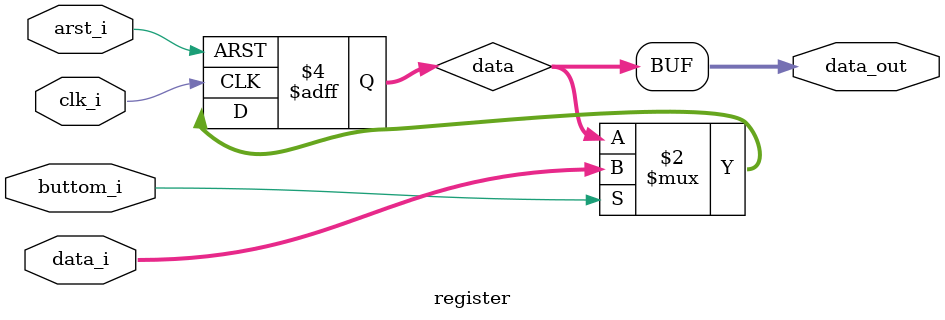
<source format=v>
`timescale 1ns / 1ps

module register 
(
  input           clk_i,
  input           arst_i,
  input           buttom_i,
  input  [ 9:0 ] data_i,
  output [ 9:0 ] data_out
);

reg [9:0] data;

always @( posedge clk_i or posedge arst_i) begin
  if( arst_i )
  data <=   10'b0;
  else if( buttom_i) data <= data_i;
end

assign data_out = data;

endmodule
</source>
